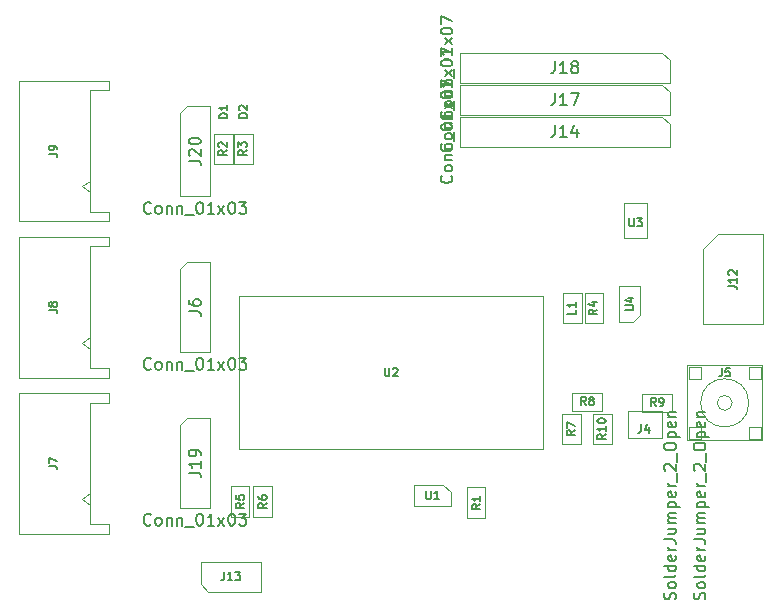
<source format=gbr>
G04 #@! TF.GenerationSoftware,KiCad,Pcbnew,5.0.1-33cea8e~68~ubuntu16.04.1*
G04 #@! TF.CreationDate,2018-11-26T08:07:25+01:00*
G04 #@! TF.ProjectId,wize-shield,77697A652D736869656C642E6B696361,RevA*
G04 #@! TF.SameCoordinates,Original*
G04 #@! TF.FileFunction,Other,Fab,Top*
%FSLAX46Y46*%
G04 Gerber Fmt 4.6, Leading zero omitted, Abs format (unit mm)*
G04 Created by KiCad (PCBNEW 5.0.1-33cea8e~68~ubuntu16.04.1) date Mon 26 Nov 2018 08:07:25 AM CET*
%MOMM*%
%LPD*%
G01*
G04 APERTURE LIST*
%ADD10C,0.100000*%
%ADD11C,0.050000*%
%ADD12C,0.150000*%
G04 APERTURE END LIST*
D10*
G04 #@! TO.C,J13*
X117055000Y-117930000D02*
X116420000Y-117295000D01*
X121500000Y-117930000D02*
X117055000Y-117930000D01*
X121500000Y-115390000D02*
X121500000Y-117930000D01*
X116420000Y-115390000D02*
X121500000Y-115390000D01*
X116420000Y-117295000D02*
X116420000Y-115390000D01*
D11*
G04 #@! TO.C,U2*
X119693000Y-92928400D02*
X122004400Y-92928400D01*
X122004400Y-92928400D02*
X145397800Y-92928400D01*
X145397800Y-92928400D02*
X145397800Y-105857000D01*
X145397800Y-105857000D02*
X119667600Y-105857000D01*
X119667600Y-105857000D02*
X119667600Y-92928400D01*
G04 #@! TO.C,R7*
X147032600Y-102884600D02*
X148607400Y-102884600D01*
X147032600Y-105450000D02*
X147032600Y-102884600D01*
X148607400Y-105450000D02*
X147032600Y-105450000D01*
X148607400Y-102884600D02*
X148607400Y-105450000D01*
D10*
G04 #@! TO.C,J6*
X115285000Y-90010000D02*
X117190000Y-90010000D01*
X117190000Y-90010000D02*
X117190000Y-97630000D01*
X117190000Y-97630000D02*
X114650000Y-97630000D01*
X114650000Y-97630000D02*
X114650000Y-90645000D01*
X114650000Y-90645000D02*
X115285000Y-90010000D01*
G04 #@! TO.C,J17*
X156105000Y-75645000D02*
X156105000Y-77550000D01*
X156105000Y-77550000D02*
X138325000Y-77550000D01*
X138325000Y-77550000D02*
X138325000Y-75010000D01*
X138325000Y-75010000D02*
X155470000Y-75010000D01*
X155470000Y-75010000D02*
X156105000Y-75645000D01*
D11*
G04 #@! TO.C,R10*
X151207400Y-102884600D02*
X151207400Y-105450000D01*
X151207400Y-105450000D02*
X149632600Y-105450000D01*
X149632600Y-105450000D02*
X149632600Y-102884600D01*
X149632600Y-102884600D02*
X151207400Y-102884600D01*
D10*
G04 #@! TO.C,J14*
X156105000Y-78345000D02*
X156105000Y-80250000D01*
X156105000Y-80250000D02*
X138325000Y-80250000D01*
X138325000Y-80250000D02*
X138325000Y-77710000D01*
X138325000Y-77710000D02*
X155470000Y-77710000D01*
X155470000Y-77710000D02*
X156105000Y-78345000D01*
G04 #@! TO.C,J19*
X114650000Y-103845000D02*
X115285000Y-103210000D01*
X114650000Y-110830000D02*
X114650000Y-103845000D01*
X117190000Y-110830000D02*
X114650000Y-110830000D01*
X117190000Y-103210000D02*
X117190000Y-110830000D01*
X115285000Y-103210000D02*
X117190000Y-103210000D01*
G04 #@! TO.C,J20*
X115285000Y-76810000D02*
X117190000Y-76810000D01*
X117190000Y-76810000D02*
X117190000Y-84430000D01*
X117190000Y-84430000D02*
X114650000Y-84430000D01*
X114650000Y-84430000D02*
X114650000Y-77445000D01*
X114650000Y-77445000D02*
X115285000Y-76810000D01*
G04 #@! TO.C,J18*
X155470000Y-72310000D02*
X156105000Y-72945000D01*
X138325000Y-72310000D02*
X155470000Y-72310000D01*
X138325000Y-74850000D02*
X138325000Y-72310000D01*
X156105000Y-74850000D02*
X138325000Y-74850000D01*
X156105000Y-72945000D02*
X156105000Y-74850000D01*
D11*
G04 #@! TO.C,R8*
X150415400Y-102667400D02*
X147850000Y-102667400D01*
X147850000Y-102667400D02*
X147850000Y-101092600D01*
X147850000Y-101092600D02*
X150415400Y-101092600D01*
X150415400Y-101092600D02*
X150415400Y-102667400D01*
D10*
G04 #@! TO.C,U1*
X136920000Y-108880000D02*
X137570000Y-109530000D01*
X137570000Y-110680000D02*
X137570000Y-109530000D01*
X136920000Y-108880000D02*
X134470000Y-108880000D01*
X134470000Y-110680000D02*
X134470000Y-108880000D01*
X137570000Y-110680000D02*
X134470000Y-110680000D01*
G04 #@! TO.C,U4*
X153630000Y-94470000D02*
X152980000Y-95120000D01*
X151830000Y-95120000D02*
X152980000Y-95120000D01*
X153630000Y-94470000D02*
X153630000Y-92020000D01*
X151830000Y-92020000D02*
X153630000Y-92020000D01*
X151830000Y-95120000D02*
X151830000Y-92020000D01*
G04 #@! TO.C,J12*
X160190000Y-87690000D02*
X164000000Y-87690000D01*
X164000000Y-87690000D02*
X164000000Y-95310000D01*
X164000000Y-95310000D02*
X158920000Y-95310000D01*
X158920000Y-95310000D02*
X158920000Y-88960000D01*
X158920000Y-88960000D02*
X160190000Y-87690000D01*
G04 #@! TO.C,J5*
X162800000Y-98900000D02*
X163820000Y-98900000D01*
X163940000Y-98780000D02*
X163940000Y-105120000D01*
X157600000Y-105120000D02*
X163940000Y-105120000D01*
X157600000Y-98780000D02*
X157600000Y-105120000D01*
X157600000Y-98780000D02*
X163940000Y-98780000D01*
X158740000Y-98900000D02*
X158740000Y-99920000D01*
X157720000Y-99920000D02*
X158740000Y-99920000D01*
X158740000Y-103980000D02*
X158740000Y-105000000D01*
X157720000Y-103980000D02*
X158740000Y-103980000D01*
X162800000Y-98900000D02*
X162800000Y-99920000D01*
X162800000Y-99920000D02*
X163820000Y-99920000D01*
X163820000Y-103980000D02*
X162800000Y-103980000D01*
X162800000Y-103980000D02*
X162800000Y-105000000D01*
X163820000Y-98900000D02*
X163820000Y-99920000D01*
X157720000Y-98900000D02*
X157720000Y-99920000D01*
X157720000Y-98900000D02*
X158740000Y-98900000D01*
X157720000Y-105000000D02*
X158740000Y-105000000D01*
X157720000Y-105000000D02*
X157720000Y-103980000D01*
X163820000Y-103980000D02*
X163820000Y-105000000D01*
X162800000Y-105000000D02*
X163820000Y-105000000D01*
X162810000Y-101950000D02*
G75*
G03X162810000Y-101950000I-2040000J0D01*
G01*
X161405000Y-101950000D02*
G75*
G03X161405000Y-101950000I-635000J0D01*
G01*
D11*
G04 #@! TO.C,U3*
X152280200Y-85032200D02*
X152280200Y-87953200D01*
X152280200Y-87953200D02*
X154159800Y-87953200D01*
X154159800Y-87953200D02*
X154159800Y-85032200D01*
X154159800Y-85032200D02*
X152280200Y-85032200D01*
D10*
G04 #@! TO.C,J9*
X108640000Y-86580000D02*
X108640000Y-85780000D01*
X108640000Y-85780000D02*
X107040000Y-85780000D01*
X107040000Y-85780000D02*
X107040000Y-75480000D01*
X107040000Y-75480000D02*
X108640000Y-75480000D01*
X108640000Y-75480000D02*
X108640000Y-74680000D01*
X101040000Y-86580000D02*
X101040000Y-74680000D01*
X108640000Y-86580000D02*
X101040000Y-86580000D01*
X108640000Y-74680000D02*
X101040000Y-74680000D01*
X107040000Y-84130000D02*
X106332893Y-83630000D01*
X106332893Y-83630000D02*
X107040000Y-83130000D01*
G04 #@! TO.C,J8*
X108640000Y-99810000D02*
X108640000Y-99010000D01*
X108640000Y-99010000D02*
X107040000Y-99010000D01*
X107040000Y-99010000D02*
X107040000Y-88710000D01*
X107040000Y-88710000D02*
X108640000Y-88710000D01*
X108640000Y-88710000D02*
X108640000Y-87910000D01*
X101040000Y-99810000D02*
X101040000Y-87910000D01*
X108640000Y-99810000D02*
X101040000Y-99810000D01*
X108640000Y-87910000D02*
X101040000Y-87910000D01*
X107040000Y-97360000D02*
X106332893Y-96860000D01*
X106332893Y-96860000D02*
X107040000Y-96360000D01*
G04 #@! TO.C,J7*
X108640000Y-113030000D02*
X108640000Y-112230000D01*
X108640000Y-112230000D02*
X107040000Y-112230000D01*
X107040000Y-112230000D02*
X107040000Y-101930000D01*
X107040000Y-101930000D02*
X108640000Y-101930000D01*
X108640000Y-101930000D02*
X108640000Y-101130000D01*
X101040000Y-113030000D02*
X101040000Y-101130000D01*
X108640000Y-113030000D02*
X101040000Y-113030000D01*
X108640000Y-101130000D02*
X101040000Y-101130000D01*
X107040000Y-110580000D02*
X106332893Y-110080000D01*
X106332893Y-110080000D02*
X107040000Y-109580000D01*
D11*
G04 #@! TO.C,R6*
X120832600Y-111575400D02*
X120832600Y-109010000D01*
X120832600Y-109010000D02*
X122407400Y-109010000D01*
X122407400Y-109010000D02*
X122407400Y-111575400D01*
X122407400Y-111575400D02*
X120832600Y-111575400D01*
G04 #@! TO.C,L1*
X148677400Y-92664600D02*
X148677400Y-95230000D01*
X148677400Y-95230000D02*
X147102600Y-95230000D01*
X147102600Y-95230000D02*
X147102600Y-92664600D01*
X147102600Y-92664600D02*
X148677400Y-92664600D01*
G04 #@! TO.C,R1*
X138932600Y-111675400D02*
X138932600Y-109110000D01*
X138932600Y-109110000D02*
X140507400Y-109110000D01*
X140507400Y-109110000D02*
X140507400Y-111675400D01*
X140507400Y-111675400D02*
X138932600Y-111675400D01*
G04 #@! TO.C,R2*
X119117400Y-79164600D02*
X119117400Y-81730000D01*
X119117400Y-81730000D02*
X117542600Y-81730000D01*
X117542600Y-81730000D02*
X117542600Y-79164600D01*
X117542600Y-79164600D02*
X119117400Y-79164600D01*
G04 #@! TO.C,R3*
X120807400Y-79154600D02*
X120807400Y-81720000D01*
X120807400Y-81720000D02*
X119232600Y-81720000D01*
X119232600Y-81720000D02*
X119232600Y-79154600D01*
X119232600Y-79154600D02*
X120807400Y-79154600D01*
G04 #@! TO.C,R4*
X150487400Y-92664600D02*
X150487400Y-95230000D01*
X150487400Y-95230000D02*
X148912600Y-95230000D01*
X148912600Y-95230000D02*
X148912600Y-92664600D01*
X148912600Y-92664600D02*
X150487400Y-92664600D01*
G04 #@! TO.C,R5*
X118932600Y-111575400D02*
X118932600Y-109010000D01*
X118932600Y-109010000D02*
X120507400Y-109010000D01*
X120507400Y-109010000D02*
X120507400Y-111575400D01*
X120507400Y-111575400D02*
X118932600Y-111575400D01*
G04 #@! TO.C,R9*
X156335400Y-102737400D02*
X153770000Y-102737400D01*
X153770000Y-102737400D02*
X153770000Y-101162600D01*
X153770000Y-101162600D02*
X156335400Y-101162600D01*
X156335400Y-101162600D02*
X156335400Y-102737400D01*
G04 #@! TO.C,J4*
X155462400Y-104481200D02*
X155462400Y-104913000D01*
X155462400Y-104913000D02*
X155462400Y-104963800D01*
X155462400Y-104963800D02*
X152541400Y-104963800D01*
X152541400Y-104963800D02*
X152541400Y-104481200D01*
X152541400Y-102601600D02*
X152541400Y-104481200D01*
X152541400Y-102601600D02*
X155462400Y-102601600D01*
X155462400Y-104481200D02*
X155462400Y-102601600D01*
G04 #@! TD*
G04 #@! TO.C,J13*
D12*
X118393333Y-116276666D02*
X118393333Y-116776666D01*
X118360000Y-116876666D01*
X118293333Y-116943333D01*
X118193333Y-116976666D01*
X118126666Y-116976666D01*
X119093333Y-116976666D02*
X118693333Y-116976666D01*
X118893333Y-116976666D02*
X118893333Y-116276666D01*
X118826666Y-116376666D01*
X118760000Y-116443333D01*
X118693333Y-116476666D01*
X119326666Y-116276666D02*
X119760000Y-116276666D01*
X119526666Y-116543333D01*
X119626666Y-116543333D01*
X119693333Y-116576666D01*
X119726666Y-116610000D01*
X119760000Y-116676666D01*
X119760000Y-116843333D01*
X119726666Y-116910000D01*
X119693333Y-116943333D01*
X119626666Y-116976666D01*
X119426666Y-116976666D01*
X119360000Y-116943333D01*
X119326666Y-116910000D01*
G04 #@! TO.C,U2*
X131986666Y-98996666D02*
X131986666Y-99563333D01*
X132020000Y-99630000D01*
X132053333Y-99663333D01*
X132120000Y-99696666D01*
X132253333Y-99696666D01*
X132320000Y-99663333D01*
X132353333Y-99630000D01*
X132386666Y-99563333D01*
X132386666Y-98996666D01*
X132686666Y-99063333D02*
X132720000Y-99030000D01*
X132786666Y-98996666D01*
X132953333Y-98996666D01*
X133020000Y-99030000D01*
X133053333Y-99063333D01*
X133086666Y-99130000D01*
X133086666Y-99196666D01*
X133053333Y-99296666D01*
X132653333Y-99696666D01*
X133086666Y-99696666D01*
G04 #@! TO.C,R7*
X148085866Y-104271266D02*
X147752533Y-104504600D01*
X148085866Y-104671266D02*
X147385866Y-104671266D01*
X147385866Y-104404600D01*
X147419200Y-104337933D01*
X147452533Y-104304600D01*
X147519200Y-104271266D01*
X147619200Y-104271266D01*
X147685866Y-104304600D01*
X147719200Y-104337933D01*
X147752533Y-104404600D01*
X147752533Y-104671266D01*
X147385866Y-104037933D02*
X147385866Y-103571266D01*
X148085866Y-103871266D01*
G04 #@! TO.C,J6*
X112181904Y-99047142D02*
X112134285Y-99094761D01*
X111991428Y-99142380D01*
X111896190Y-99142380D01*
X111753333Y-99094761D01*
X111658095Y-98999523D01*
X111610476Y-98904285D01*
X111562857Y-98713809D01*
X111562857Y-98570952D01*
X111610476Y-98380476D01*
X111658095Y-98285238D01*
X111753333Y-98190000D01*
X111896190Y-98142380D01*
X111991428Y-98142380D01*
X112134285Y-98190000D01*
X112181904Y-98237619D01*
X112753333Y-99142380D02*
X112658095Y-99094761D01*
X112610476Y-99047142D01*
X112562857Y-98951904D01*
X112562857Y-98666190D01*
X112610476Y-98570952D01*
X112658095Y-98523333D01*
X112753333Y-98475714D01*
X112896190Y-98475714D01*
X112991428Y-98523333D01*
X113039047Y-98570952D01*
X113086666Y-98666190D01*
X113086666Y-98951904D01*
X113039047Y-99047142D01*
X112991428Y-99094761D01*
X112896190Y-99142380D01*
X112753333Y-99142380D01*
X113515238Y-98475714D02*
X113515238Y-99142380D01*
X113515238Y-98570952D02*
X113562857Y-98523333D01*
X113658095Y-98475714D01*
X113800952Y-98475714D01*
X113896190Y-98523333D01*
X113943809Y-98618571D01*
X113943809Y-99142380D01*
X114420000Y-98475714D02*
X114420000Y-99142380D01*
X114420000Y-98570952D02*
X114467619Y-98523333D01*
X114562857Y-98475714D01*
X114705714Y-98475714D01*
X114800952Y-98523333D01*
X114848571Y-98618571D01*
X114848571Y-99142380D01*
X115086666Y-99237619D02*
X115848571Y-99237619D01*
X116277142Y-98142380D02*
X116372380Y-98142380D01*
X116467619Y-98190000D01*
X116515238Y-98237619D01*
X116562857Y-98332857D01*
X116610476Y-98523333D01*
X116610476Y-98761428D01*
X116562857Y-98951904D01*
X116515238Y-99047142D01*
X116467619Y-99094761D01*
X116372380Y-99142380D01*
X116277142Y-99142380D01*
X116181904Y-99094761D01*
X116134285Y-99047142D01*
X116086666Y-98951904D01*
X116039047Y-98761428D01*
X116039047Y-98523333D01*
X116086666Y-98332857D01*
X116134285Y-98237619D01*
X116181904Y-98190000D01*
X116277142Y-98142380D01*
X117562857Y-99142380D02*
X116991428Y-99142380D01*
X117277142Y-99142380D02*
X117277142Y-98142380D01*
X117181904Y-98285238D01*
X117086666Y-98380476D01*
X116991428Y-98428095D01*
X117896190Y-99142380D02*
X118420000Y-98475714D01*
X117896190Y-98475714D02*
X118420000Y-99142380D01*
X118991428Y-98142380D02*
X119086666Y-98142380D01*
X119181904Y-98190000D01*
X119229523Y-98237619D01*
X119277142Y-98332857D01*
X119324761Y-98523333D01*
X119324761Y-98761428D01*
X119277142Y-98951904D01*
X119229523Y-99047142D01*
X119181904Y-99094761D01*
X119086666Y-99142380D01*
X118991428Y-99142380D01*
X118896190Y-99094761D01*
X118848571Y-99047142D01*
X118800952Y-98951904D01*
X118753333Y-98761428D01*
X118753333Y-98523333D01*
X118800952Y-98332857D01*
X118848571Y-98237619D01*
X118896190Y-98190000D01*
X118991428Y-98142380D01*
X119658095Y-98142380D02*
X120277142Y-98142380D01*
X119943809Y-98523333D01*
X120086666Y-98523333D01*
X120181904Y-98570952D01*
X120229523Y-98618571D01*
X120277142Y-98713809D01*
X120277142Y-98951904D01*
X120229523Y-99047142D01*
X120181904Y-99094761D01*
X120086666Y-99142380D01*
X119800952Y-99142380D01*
X119705714Y-99094761D01*
X119658095Y-99047142D01*
X115397780Y-94178733D02*
X116112066Y-94178733D01*
X116254923Y-94226352D01*
X116350161Y-94321590D01*
X116397780Y-94464447D01*
X116397780Y-94559685D01*
X115397780Y-93273971D02*
X115397780Y-93464447D01*
X115445400Y-93559685D01*
X115493019Y-93607304D01*
X115635876Y-93702542D01*
X115826352Y-93750161D01*
X116207304Y-93750161D01*
X116302542Y-93702542D01*
X116350161Y-93654923D01*
X116397780Y-93559685D01*
X116397780Y-93369209D01*
X116350161Y-93273971D01*
X116302542Y-93226352D01*
X116207304Y-93178733D01*
X115969209Y-93178733D01*
X115873971Y-93226352D01*
X115826352Y-93273971D01*
X115778733Y-93369209D01*
X115778733Y-93559685D01*
X115826352Y-93654923D01*
X115873971Y-93702542D01*
X115969209Y-93750161D01*
G04 #@! TO.C,J17*
X137622142Y-80018095D02*
X137669761Y-80065714D01*
X137717380Y-80208571D01*
X137717380Y-80303809D01*
X137669761Y-80446666D01*
X137574523Y-80541904D01*
X137479285Y-80589523D01*
X137288809Y-80637142D01*
X137145952Y-80637142D01*
X136955476Y-80589523D01*
X136860238Y-80541904D01*
X136765000Y-80446666D01*
X136717380Y-80303809D01*
X136717380Y-80208571D01*
X136765000Y-80065714D01*
X136812619Y-80018095D01*
X137717380Y-79446666D02*
X137669761Y-79541904D01*
X137622142Y-79589523D01*
X137526904Y-79637142D01*
X137241190Y-79637142D01*
X137145952Y-79589523D01*
X137098333Y-79541904D01*
X137050714Y-79446666D01*
X137050714Y-79303809D01*
X137098333Y-79208571D01*
X137145952Y-79160952D01*
X137241190Y-79113333D01*
X137526904Y-79113333D01*
X137622142Y-79160952D01*
X137669761Y-79208571D01*
X137717380Y-79303809D01*
X137717380Y-79446666D01*
X137050714Y-78684761D02*
X137717380Y-78684761D01*
X137145952Y-78684761D02*
X137098333Y-78637142D01*
X137050714Y-78541904D01*
X137050714Y-78399047D01*
X137098333Y-78303809D01*
X137193571Y-78256190D01*
X137717380Y-78256190D01*
X137050714Y-77780000D02*
X137717380Y-77780000D01*
X137145952Y-77780000D02*
X137098333Y-77732380D01*
X137050714Y-77637142D01*
X137050714Y-77494285D01*
X137098333Y-77399047D01*
X137193571Y-77351428D01*
X137717380Y-77351428D01*
X137812619Y-77113333D02*
X137812619Y-76351428D01*
X136717380Y-75922857D02*
X136717380Y-75827619D01*
X136765000Y-75732380D01*
X136812619Y-75684761D01*
X136907857Y-75637142D01*
X137098333Y-75589523D01*
X137336428Y-75589523D01*
X137526904Y-75637142D01*
X137622142Y-75684761D01*
X137669761Y-75732380D01*
X137717380Y-75827619D01*
X137717380Y-75922857D01*
X137669761Y-76018095D01*
X137622142Y-76065714D01*
X137526904Y-76113333D01*
X137336428Y-76160952D01*
X137098333Y-76160952D01*
X136907857Y-76113333D01*
X136812619Y-76065714D01*
X136765000Y-76018095D01*
X136717380Y-75922857D01*
X137717380Y-74637142D02*
X137717380Y-75208571D01*
X137717380Y-74922857D02*
X136717380Y-74922857D01*
X136860238Y-75018095D01*
X136955476Y-75113333D01*
X137003095Y-75208571D01*
X137717380Y-74303809D02*
X137050714Y-73780000D01*
X137050714Y-74303809D02*
X137717380Y-73780000D01*
X136717380Y-73208571D02*
X136717380Y-73113333D01*
X136765000Y-73018095D01*
X136812619Y-72970476D01*
X136907857Y-72922857D01*
X137098333Y-72875238D01*
X137336428Y-72875238D01*
X137526904Y-72922857D01*
X137622142Y-72970476D01*
X137669761Y-73018095D01*
X137717380Y-73113333D01*
X137717380Y-73208571D01*
X137669761Y-73303809D01*
X137622142Y-73351428D01*
X137526904Y-73399047D01*
X137336428Y-73446666D01*
X137098333Y-73446666D01*
X136907857Y-73399047D01*
X136812619Y-73351428D01*
X136765000Y-73303809D01*
X136717380Y-73208571D01*
X136717380Y-72541904D02*
X136717380Y-71875238D01*
X137717380Y-72303809D01*
X146405476Y-75732380D02*
X146405476Y-76446666D01*
X146357857Y-76589523D01*
X146262619Y-76684761D01*
X146119761Y-76732380D01*
X146024523Y-76732380D01*
X147405476Y-76732380D02*
X146834047Y-76732380D01*
X147119761Y-76732380D02*
X147119761Y-75732380D01*
X147024523Y-75875238D01*
X146929285Y-75970476D01*
X146834047Y-76018095D01*
X147738809Y-75732380D02*
X148405476Y-75732380D01*
X147976904Y-76732380D01*
G04 #@! TO.C,R10*
X150685866Y-104604600D02*
X150352533Y-104837933D01*
X150685866Y-105004600D02*
X149985866Y-105004600D01*
X149985866Y-104737933D01*
X150019200Y-104671266D01*
X150052533Y-104637933D01*
X150119200Y-104604600D01*
X150219200Y-104604600D01*
X150285866Y-104637933D01*
X150319200Y-104671266D01*
X150352533Y-104737933D01*
X150352533Y-105004600D01*
X150685866Y-103937933D02*
X150685866Y-104337933D01*
X150685866Y-104137933D02*
X149985866Y-104137933D01*
X150085866Y-104204600D01*
X150152533Y-104271266D01*
X150185866Y-104337933D01*
X149985866Y-103504600D02*
X149985866Y-103437933D01*
X150019200Y-103371266D01*
X150052533Y-103337933D01*
X150119200Y-103304600D01*
X150252533Y-103271266D01*
X150419200Y-103271266D01*
X150552533Y-103304600D01*
X150619200Y-103337933D01*
X150652533Y-103371266D01*
X150685866Y-103437933D01*
X150685866Y-103504600D01*
X150652533Y-103571266D01*
X150619200Y-103604600D01*
X150552533Y-103637933D01*
X150419200Y-103671266D01*
X150252533Y-103671266D01*
X150119200Y-103637933D01*
X150052533Y-103604600D01*
X150019200Y-103571266D01*
X149985866Y-103504600D01*
G04 #@! TO.C,J14*
X137622142Y-82718095D02*
X137669761Y-82765714D01*
X137717380Y-82908571D01*
X137717380Y-83003809D01*
X137669761Y-83146666D01*
X137574523Y-83241904D01*
X137479285Y-83289523D01*
X137288809Y-83337142D01*
X137145952Y-83337142D01*
X136955476Y-83289523D01*
X136860238Y-83241904D01*
X136765000Y-83146666D01*
X136717380Y-83003809D01*
X136717380Y-82908571D01*
X136765000Y-82765714D01*
X136812619Y-82718095D01*
X137717380Y-82146666D02*
X137669761Y-82241904D01*
X137622142Y-82289523D01*
X137526904Y-82337142D01*
X137241190Y-82337142D01*
X137145952Y-82289523D01*
X137098333Y-82241904D01*
X137050714Y-82146666D01*
X137050714Y-82003809D01*
X137098333Y-81908571D01*
X137145952Y-81860952D01*
X137241190Y-81813333D01*
X137526904Y-81813333D01*
X137622142Y-81860952D01*
X137669761Y-81908571D01*
X137717380Y-82003809D01*
X137717380Y-82146666D01*
X137050714Y-81384761D02*
X137717380Y-81384761D01*
X137145952Y-81384761D02*
X137098333Y-81337142D01*
X137050714Y-81241904D01*
X137050714Y-81099047D01*
X137098333Y-81003809D01*
X137193571Y-80956190D01*
X137717380Y-80956190D01*
X137050714Y-80480000D02*
X137717380Y-80480000D01*
X137145952Y-80480000D02*
X137098333Y-80432380D01*
X137050714Y-80337142D01*
X137050714Y-80194285D01*
X137098333Y-80099047D01*
X137193571Y-80051428D01*
X137717380Y-80051428D01*
X137812619Y-79813333D02*
X137812619Y-79051428D01*
X136717380Y-78622857D02*
X136717380Y-78527619D01*
X136765000Y-78432380D01*
X136812619Y-78384761D01*
X136907857Y-78337142D01*
X137098333Y-78289523D01*
X137336428Y-78289523D01*
X137526904Y-78337142D01*
X137622142Y-78384761D01*
X137669761Y-78432380D01*
X137717380Y-78527619D01*
X137717380Y-78622857D01*
X137669761Y-78718095D01*
X137622142Y-78765714D01*
X137526904Y-78813333D01*
X137336428Y-78860952D01*
X137098333Y-78860952D01*
X136907857Y-78813333D01*
X136812619Y-78765714D01*
X136765000Y-78718095D01*
X136717380Y-78622857D01*
X137717380Y-77337142D02*
X137717380Y-77908571D01*
X137717380Y-77622857D02*
X136717380Y-77622857D01*
X136860238Y-77718095D01*
X136955476Y-77813333D01*
X137003095Y-77908571D01*
X137717380Y-77003809D02*
X137050714Y-76480000D01*
X137050714Y-77003809D02*
X137717380Y-76480000D01*
X136717380Y-75908571D02*
X136717380Y-75813333D01*
X136765000Y-75718095D01*
X136812619Y-75670476D01*
X136907857Y-75622857D01*
X137098333Y-75575238D01*
X137336428Y-75575238D01*
X137526904Y-75622857D01*
X137622142Y-75670476D01*
X137669761Y-75718095D01*
X137717380Y-75813333D01*
X137717380Y-75908571D01*
X137669761Y-76003809D01*
X137622142Y-76051428D01*
X137526904Y-76099047D01*
X137336428Y-76146666D01*
X137098333Y-76146666D01*
X136907857Y-76099047D01*
X136812619Y-76051428D01*
X136765000Y-76003809D01*
X136717380Y-75908571D01*
X136717380Y-75241904D02*
X136717380Y-74575238D01*
X137717380Y-75003809D01*
X146405476Y-78432380D02*
X146405476Y-79146666D01*
X146357857Y-79289523D01*
X146262619Y-79384761D01*
X146119761Y-79432380D01*
X146024523Y-79432380D01*
X147405476Y-79432380D02*
X146834047Y-79432380D01*
X147119761Y-79432380D02*
X147119761Y-78432380D01*
X147024523Y-78575238D01*
X146929285Y-78670476D01*
X146834047Y-78718095D01*
X148262619Y-78765714D02*
X148262619Y-79432380D01*
X148024523Y-78384761D02*
X147786428Y-79099047D01*
X148405476Y-79099047D01*
G04 #@! TO.C,J19*
X112181904Y-112247142D02*
X112134285Y-112294761D01*
X111991428Y-112342380D01*
X111896190Y-112342380D01*
X111753333Y-112294761D01*
X111658095Y-112199523D01*
X111610476Y-112104285D01*
X111562857Y-111913809D01*
X111562857Y-111770952D01*
X111610476Y-111580476D01*
X111658095Y-111485238D01*
X111753333Y-111390000D01*
X111896190Y-111342380D01*
X111991428Y-111342380D01*
X112134285Y-111390000D01*
X112181904Y-111437619D01*
X112753333Y-112342380D02*
X112658095Y-112294761D01*
X112610476Y-112247142D01*
X112562857Y-112151904D01*
X112562857Y-111866190D01*
X112610476Y-111770952D01*
X112658095Y-111723333D01*
X112753333Y-111675714D01*
X112896190Y-111675714D01*
X112991428Y-111723333D01*
X113039047Y-111770952D01*
X113086666Y-111866190D01*
X113086666Y-112151904D01*
X113039047Y-112247142D01*
X112991428Y-112294761D01*
X112896190Y-112342380D01*
X112753333Y-112342380D01*
X113515238Y-111675714D02*
X113515238Y-112342380D01*
X113515238Y-111770952D02*
X113562857Y-111723333D01*
X113658095Y-111675714D01*
X113800952Y-111675714D01*
X113896190Y-111723333D01*
X113943809Y-111818571D01*
X113943809Y-112342380D01*
X114420000Y-111675714D02*
X114420000Y-112342380D01*
X114420000Y-111770952D02*
X114467619Y-111723333D01*
X114562857Y-111675714D01*
X114705714Y-111675714D01*
X114800952Y-111723333D01*
X114848571Y-111818571D01*
X114848571Y-112342380D01*
X115086666Y-112437619D02*
X115848571Y-112437619D01*
X116277142Y-111342380D02*
X116372380Y-111342380D01*
X116467619Y-111390000D01*
X116515238Y-111437619D01*
X116562857Y-111532857D01*
X116610476Y-111723333D01*
X116610476Y-111961428D01*
X116562857Y-112151904D01*
X116515238Y-112247142D01*
X116467619Y-112294761D01*
X116372380Y-112342380D01*
X116277142Y-112342380D01*
X116181904Y-112294761D01*
X116134285Y-112247142D01*
X116086666Y-112151904D01*
X116039047Y-111961428D01*
X116039047Y-111723333D01*
X116086666Y-111532857D01*
X116134285Y-111437619D01*
X116181904Y-111390000D01*
X116277142Y-111342380D01*
X117562857Y-112342380D02*
X116991428Y-112342380D01*
X117277142Y-112342380D02*
X117277142Y-111342380D01*
X117181904Y-111485238D01*
X117086666Y-111580476D01*
X116991428Y-111628095D01*
X117896190Y-112342380D02*
X118420000Y-111675714D01*
X117896190Y-111675714D02*
X118420000Y-112342380D01*
X118991428Y-111342380D02*
X119086666Y-111342380D01*
X119181904Y-111390000D01*
X119229523Y-111437619D01*
X119277142Y-111532857D01*
X119324761Y-111723333D01*
X119324761Y-111961428D01*
X119277142Y-112151904D01*
X119229523Y-112247142D01*
X119181904Y-112294761D01*
X119086666Y-112342380D01*
X118991428Y-112342380D01*
X118896190Y-112294761D01*
X118848571Y-112247142D01*
X118800952Y-112151904D01*
X118753333Y-111961428D01*
X118753333Y-111723333D01*
X118800952Y-111532857D01*
X118848571Y-111437619D01*
X118896190Y-111390000D01*
X118991428Y-111342380D01*
X119658095Y-111342380D02*
X120277142Y-111342380D01*
X119943809Y-111723333D01*
X120086666Y-111723333D01*
X120181904Y-111770952D01*
X120229523Y-111818571D01*
X120277142Y-111913809D01*
X120277142Y-112151904D01*
X120229523Y-112247142D01*
X120181904Y-112294761D01*
X120086666Y-112342380D01*
X119800952Y-112342380D01*
X119705714Y-112294761D01*
X119658095Y-112247142D01*
X115397780Y-107854923D02*
X116112066Y-107854923D01*
X116254923Y-107902542D01*
X116350161Y-107997780D01*
X116397780Y-108140638D01*
X116397780Y-108235876D01*
X116397780Y-106854923D02*
X116397780Y-107426352D01*
X116397780Y-107140638D02*
X115397780Y-107140638D01*
X115540638Y-107235876D01*
X115635876Y-107331114D01*
X115683495Y-107426352D01*
X116397780Y-106378733D02*
X116397780Y-106188257D01*
X116350161Y-106093019D01*
X116302542Y-106045400D01*
X116159685Y-105950161D01*
X115969209Y-105902542D01*
X115588257Y-105902542D01*
X115493019Y-105950161D01*
X115445400Y-105997780D01*
X115397780Y-106093019D01*
X115397780Y-106283495D01*
X115445400Y-106378733D01*
X115493019Y-106426352D01*
X115588257Y-106473971D01*
X115826352Y-106473971D01*
X115921590Y-106426352D01*
X115969209Y-106378733D01*
X116016828Y-106283495D01*
X116016828Y-106093019D01*
X115969209Y-105997780D01*
X115921590Y-105950161D01*
X115826352Y-105902542D01*
G04 #@! TO.C,J20*
X112181904Y-85847142D02*
X112134285Y-85894761D01*
X111991428Y-85942380D01*
X111896190Y-85942380D01*
X111753333Y-85894761D01*
X111658095Y-85799523D01*
X111610476Y-85704285D01*
X111562857Y-85513809D01*
X111562857Y-85370952D01*
X111610476Y-85180476D01*
X111658095Y-85085238D01*
X111753333Y-84990000D01*
X111896190Y-84942380D01*
X111991428Y-84942380D01*
X112134285Y-84990000D01*
X112181904Y-85037619D01*
X112753333Y-85942380D02*
X112658095Y-85894761D01*
X112610476Y-85847142D01*
X112562857Y-85751904D01*
X112562857Y-85466190D01*
X112610476Y-85370952D01*
X112658095Y-85323333D01*
X112753333Y-85275714D01*
X112896190Y-85275714D01*
X112991428Y-85323333D01*
X113039047Y-85370952D01*
X113086666Y-85466190D01*
X113086666Y-85751904D01*
X113039047Y-85847142D01*
X112991428Y-85894761D01*
X112896190Y-85942380D01*
X112753333Y-85942380D01*
X113515238Y-85275714D02*
X113515238Y-85942380D01*
X113515238Y-85370952D02*
X113562857Y-85323333D01*
X113658095Y-85275714D01*
X113800952Y-85275714D01*
X113896190Y-85323333D01*
X113943809Y-85418571D01*
X113943809Y-85942380D01*
X114420000Y-85275714D02*
X114420000Y-85942380D01*
X114420000Y-85370952D02*
X114467619Y-85323333D01*
X114562857Y-85275714D01*
X114705714Y-85275714D01*
X114800952Y-85323333D01*
X114848571Y-85418571D01*
X114848571Y-85942380D01*
X115086666Y-86037619D02*
X115848571Y-86037619D01*
X116277142Y-84942380D02*
X116372380Y-84942380D01*
X116467619Y-84990000D01*
X116515238Y-85037619D01*
X116562857Y-85132857D01*
X116610476Y-85323333D01*
X116610476Y-85561428D01*
X116562857Y-85751904D01*
X116515238Y-85847142D01*
X116467619Y-85894761D01*
X116372380Y-85942380D01*
X116277142Y-85942380D01*
X116181904Y-85894761D01*
X116134285Y-85847142D01*
X116086666Y-85751904D01*
X116039047Y-85561428D01*
X116039047Y-85323333D01*
X116086666Y-85132857D01*
X116134285Y-85037619D01*
X116181904Y-84990000D01*
X116277142Y-84942380D01*
X117562857Y-85942380D02*
X116991428Y-85942380D01*
X117277142Y-85942380D02*
X117277142Y-84942380D01*
X117181904Y-85085238D01*
X117086666Y-85180476D01*
X116991428Y-85228095D01*
X117896190Y-85942380D02*
X118420000Y-85275714D01*
X117896190Y-85275714D02*
X118420000Y-85942380D01*
X118991428Y-84942380D02*
X119086666Y-84942380D01*
X119181904Y-84990000D01*
X119229523Y-85037619D01*
X119277142Y-85132857D01*
X119324761Y-85323333D01*
X119324761Y-85561428D01*
X119277142Y-85751904D01*
X119229523Y-85847142D01*
X119181904Y-85894761D01*
X119086666Y-85942380D01*
X118991428Y-85942380D01*
X118896190Y-85894761D01*
X118848571Y-85847142D01*
X118800952Y-85751904D01*
X118753333Y-85561428D01*
X118753333Y-85323333D01*
X118800952Y-85132857D01*
X118848571Y-85037619D01*
X118896190Y-84990000D01*
X118991428Y-84942380D01*
X119658095Y-84942380D02*
X120277142Y-84942380D01*
X119943809Y-85323333D01*
X120086666Y-85323333D01*
X120181904Y-85370952D01*
X120229523Y-85418571D01*
X120277142Y-85513809D01*
X120277142Y-85751904D01*
X120229523Y-85847142D01*
X120181904Y-85894761D01*
X120086666Y-85942380D01*
X119800952Y-85942380D01*
X119705714Y-85894761D01*
X119658095Y-85847142D01*
X115397780Y-81454923D02*
X116112066Y-81454923D01*
X116254923Y-81502542D01*
X116350161Y-81597780D01*
X116397780Y-81740638D01*
X116397780Y-81835876D01*
X115493019Y-81026352D02*
X115445400Y-80978733D01*
X115397780Y-80883495D01*
X115397780Y-80645400D01*
X115445400Y-80550161D01*
X115493019Y-80502542D01*
X115588257Y-80454923D01*
X115683495Y-80454923D01*
X115826352Y-80502542D01*
X116397780Y-81073971D01*
X116397780Y-80454923D01*
X115397780Y-79835876D02*
X115397780Y-79740638D01*
X115445400Y-79645400D01*
X115493019Y-79597780D01*
X115588257Y-79550161D01*
X115778733Y-79502542D01*
X116016828Y-79502542D01*
X116207304Y-79550161D01*
X116302542Y-79597780D01*
X116350161Y-79645400D01*
X116397780Y-79740638D01*
X116397780Y-79835876D01*
X116350161Y-79931114D01*
X116302542Y-79978733D01*
X116207304Y-80026352D01*
X116016828Y-80073971D01*
X115778733Y-80073971D01*
X115588257Y-80026352D01*
X115493019Y-79978733D01*
X115445400Y-79931114D01*
X115397780Y-79835876D01*
G04 #@! TO.C,J18*
X137622142Y-77318095D02*
X137669761Y-77365714D01*
X137717380Y-77508571D01*
X137717380Y-77603809D01*
X137669761Y-77746666D01*
X137574523Y-77841904D01*
X137479285Y-77889523D01*
X137288809Y-77937142D01*
X137145952Y-77937142D01*
X136955476Y-77889523D01*
X136860238Y-77841904D01*
X136765000Y-77746666D01*
X136717380Y-77603809D01*
X136717380Y-77508571D01*
X136765000Y-77365714D01*
X136812619Y-77318095D01*
X137717380Y-76746666D02*
X137669761Y-76841904D01*
X137622142Y-76889523D01*
X137526904Y-76937142D01*
X137241190Y-76937142D01*
X137145952Y-76889523D01*
X137098333Y-76841904D01*
X137050714Y-76746666D01*
X137050714Y-76603809D01*
X137098333Y-76508571D01*
X137145952Y-76460952D01*
X137241190Y-76413333D01*
X137526904Y-76413333D01*
X137622142Y-76460952D01*
X137669761Y-76508571D01*
X137717380Y-76603809D01*
X137717380Y-76746666D01*
X137050714Y-75984761D02*
X137717380Y-75984761D01*
X137145952Y-75984761D02*
X137098333Y-75937142D01*
X137050714Y-75841904D01*
X137050714Y-75699047D01*
X137098333Y-75603809D01*
X137193571Y-75556190D01*
X137717380Y-75556190D01*
X137050714Y-75080000D02*
X137717380Y-75080000D01*
X137145952Y-75080000D02*
X137098333Y-75032380D01*
X137050714Y-74937142D01*
X137050714Y-74794285D01*
X137098333Y-74699047D01*
X137193571Y-74651428D01*
X137717380Y-74651428D01*
X137812619Y-74413333D02*
X137812619Y-73651428D01*
X136717380Y-73222857D02*
X136717380Y-73127619D01*
X136765000Y-73032380D01*
X136812619Y-72984761D01*
X136907857Y-72937142D01*
X137098333Y-72889523D01*
X137336428Y-72889523D01*
X137526904Y-72937142D01*
X137622142Y-72984761D01*
X137669761Y-73032380D01*
X137717380Y-73127619D01*
X137717380Y-73222857D01*
X137669761Y-73318095D01*
X137622142Y-73365714D01*
X137526904Y-73413333D01*
X137336428Y-73460952D01*
X137098333Y-73460952D01*
X136907857Y-73413333D01*
X136812619Y-73365714D01*
X136765000Y-73318095D01*
X136717380Y-73222857D01*
X137717380Y-71937142D02*
X137717380Y-72508571D01*
X137717380Y-72222857D02*
X136717380Y-72222857D01*
X136860238Y-72318095D01*
X136955476Y-72413333D01*
X137003095Y-72508571D01*
X137717380Y-71603809D02*
X137050714Y-71080000D01*
X137050714Y-71603809D02*
X137717380Y-71080000D01*
X136717380Y-70508571D02*
X136717380Y-70413333D01*
X136765000Y-70318095D01*
X136812619Y-70270476D01*
X136907857Y-70222857D01*
X137098333Y-70175238D01*
X137336428Y-70175238D01*
X137526904Y-70222857D01*
X137622142Y-70270476D01*
X137669761Y-70318095D01*
X137717380Y-70413333D01*
X137717380Y-70508571D01*
X137669761Y-70603809D01*
X137622142Y-70651428D01*
X137526904Y-70699047D01*
X137336428Y-70746666D01*
X137098333Y-70746666D01*
X136907857Y-70699047D01*
X136812619Y-70651428D01*
X136765000Y-70603809D01*
X136717380Y-70508571D01*
X136717380Y-69841904D02*
X136717380Y-69175238D01*
X137717380Y-69603809D01*
X146405476Y-73032380D02*
X146405476Y-73746666D01*
X146357857Y-73889523D01*
X146262619Y-73984761D01*
X146119761Y-74032380D01*
X146024523Y-74032380D01*
X147405476Y-74032380D02*
X146834047Y-74032380D01*
X147119761Y-74032380D02*
X147119761Y-73032380D01*
X147024523Y-73175238D01*
X146929285Y-73270476D01*
X146834047Y-73318095D01*
X147976904Y-73460952D02*
X147881666Y-73413333D01*
X147834047Y-73365714D01*
X147786428Y-73270476D01*
X147786428Y-73222857D01*
X147834047Y-73127619D01*
X147881666Y-73080000D01*
X147976904Y-73032380D01*
X148167380Y-73032380D01*
X148262619Y-73080000D01*
X148310238Y-73127619D01*
X148357857Y-73222857D01*
X148357857Y-73270476D01*
X148310238Y-73365714D01*
X148262619Y-73413333D01*
X148167380Y-73460952D01*
X147976904Y-73460952D01*
X147881666Y-73508571D01*
X147834047Y-73556190D01*
X147786428Y-73651428D01*
X147786428Y-73841904D01*
X147834047Y-73937142D01*
X147881666Y-73984761D01*
X147976904Y-74032380D01*
X148167380Y-74032380D01*
X148262619Y-73984761D01*
X148310238Y-73937142D01*
X148357857Y-73841904D01*
X148357857Y-73651428D01*
X148310238Y-73556190D01*
X148262619Y-73508571D01*
X148167380Y-73460952D01*
G04 #@! TO.C,R8*
X149028733Y-102145866D02*
X148795400Y-101812533D01*
X148628733Y-102145866D02*
X148628733Y-101445866D01*
X148895400Y-101445866D01*
X148962066Y-101479200D01*
X148995400Y-101512533D01*
X149028733Y-101579200D01*
X149028733Y-101679200D01*
X148995400Y-101745866D01*
X148962066Y-101779200D01*
X148895400Y-101812533D01*
X148628733Y-101812533D01*
X149428733Y-101745866D02*
X149362066Y-101712533D01*
X149328733Y-101679200D01*
X149295400Y-101612533D01*
X149295400Y-101579200D01*
X149328733Y-101512533D01*
X149362066Y-101479200D01*
X149428733Y-101445866D01*
X149562066Y-101445866D01*
X149628733Y-101479200D01*
X149662066Y-101512533D01*
X149695400Y-101579200D01*
X149695400Y-101612533D01*
X149662066Y-101679200D01*
X149628733Y-101712533D01*
X149562066Y-101745866D01*
X149428733Y-101745866D01*
X149362066Y-101779200D01*
X149328733Y-101812533D01*
X149295400Y-101879200D01*
X149295400Y-102012533D01*
X149328733Y-102079200D01*
X149362066Y-102112533D01*
X149428733Y-102145866D01*
X149562066Y-102145866D01*
X149628733Y-102112533D01*
X149662066Y-102079200D01*
X149695400Y-102012533D01*
X149695400Y-101879200D01*
X149662066Y-101812533D01*
X149628733Y-101779200D01*
X149562066Y-101745866D01*
G04 #@! TO.C,JP16*
X159084761Y-118596190D02*
X159132380Y-118453333D01*
X159132380Y-118215238D01*
X159084761Y-118120000D01*
X159037142Y-118072380D01*
X158941904Y-118024761D01*
X158846666Y-118024761D01*
X158751428Y-118072380D01*
X158703809Y-118120000D01*
X158656190Y-118215238D01*
X158608571Y-118405714D01*
X158560952Y-118500952D01*
X158513333Y-118548571D01*
X158418095Y-118596190D01*
X158322857Y-118596190D01*
X158227619Y-118548571D01*
X158180000Y-118500952D01*
X158132380Y-118405714D01*
X158132380Y-118167619D01*
X158180000Y-118024761D01*
X159132380Y-117453333D02*
X159084761Y-117548571D01*
X159037142Y-117596190D01*
X158941904Y-117643809D01*
X158656190Y-117643809D01*
X158560952Y-117596190D01*
X158513333Y-117548571D01*
X158465714Y-117453333D01*
X158465714Y-117310476D01*
X158513333Y-117215238D01*
X158560952Y-117167619D01*
X158656190Y-117120000D01*
X158941904Y-117120000D01*
X159037142Y-117167619D01*
X159084761Y-117215238D01*
X159132380Y-117310476D01*
X159132380Y-117453333D01*
X159132380Y-116548571D02*
X159084761Y-116643809D01*
X158989523Y-116691428D01*
X158132380Y-116691428D01*
X159132380Y-115739047D02*
X158132380Y-115739047D01*
X159084761Y-115739047D02*
X159132380Y-115834285D01*
X159132380Y-116024761D01*
X159084761Y-116120000D01*
X159037142Y-116167619D01*
X158941904Y-116215238D01*
X158656190Y-116215238D01*
X158560952Y-116167619D01*
X158513333Y-116120000D01*
X158465714Y-116024761D01*
X158465714Y-115834285D01*
X158513333Y-115739047D01*
X159084761Y-114881904D02*
X159132380Y-114977142D01*
X159132380Y-115167619D01*
X159084761Y-115262857D01*
X158989523Y-115310476D01*
X158608571Y-115310476D01*
X158513333Y-115262857D01*
X158465714Y-115167619D01*
X158465714Y-114977142D01*
X158513333Y-114881904D01*
X158608571Y-114834285D01*
X158703809Y-114834285D01*
X158799047Y-115310476D01*
X159132380Y-114405714D02*
X158465714Y-114405714D01*
X158656190Y-114405714D02*
X158560952Y-114358095D01*
X158513333Y-114310476D01*
X158465714Y-114215238D01*
X158465714Y-114120000D01*
X158132380Y-113500952D02*
X158846666Y-113500952D01*
X158989523Y-113548571D01*
X159084761Y-113643809D01*
X159132380Y-113786666D01*
X159132380Y-113881904D01*
X158465714Y-112596190D02*
X159132380Y-112596190D01*
X158465714Y-113024761D02*
X158989523Y-113024761D01*
X159084761Y-112977142D01*
X159132380Y-112881904D01*
X159132380Y-112739047D01*
X159084761Y-112643809D01*
X159037142Y-112596190D01*
X159132380Y-112120000D02*
X158465714Y-112120000D01*
X158560952Y-112120000D02*
X158513333Y-112072380D01*
X158465714Y-111977142D01*
X158465714Y-111834285D01*
X158513333Y-111739047D01*
X158608571Y-111691428D01*
X159132380Y-111691428D01*
X158608571Y-111691428D02*
X158513333Y-111643809D01*
X158465714Y-111548571D01*
X158465714Y-111405714D01*
X158513333Y-111310476D01*
X158608571Y-111262857D01*
X159132380Y-111262857D01*
X158465714Y-110786666D02*
X159465714Y-110786666D01*
X158513333Y-110786666D02*
X158465714Y-110691428D01*
X158465714Y-110500952D01*
X158513333Y-110405714D01*
X158560952Y-110358095D01*
X158656190Y-110310476D01*
X158941904Y-110310476D01*
X159037142Y-110358095D01*
X159084761Y-110405714D01*
X159132380Y-110500952D01*
X159132380Y-110691428D01*
X159084761Y-110786666D01*
X159084761Y-109500952D02*
X159132380Y-109596190D01*
X159132380Y-109786666D01*
X159084761Y-109881904D01*
X158989523Y-109929523D01*
X158608571Y-109929523D01*
X158513333Y-109881904D01*
X158465714Y-109786666D01*
X158465714Y-109596190D01*
X158513333Y-109500952D01*
X158608571Y-109453333D01*
X158703809Y-109453333D01*
X158799047Y-109929523D01*
X159132380Y-109024761D02*
X158465714Y-109024761D01*
X158656190Y-109024761D02*
X158560952Y-108977142D01*
X158513333Y-108929523D01*
X158465714Y-108834285D01*
X158465714Y-108739047D01*
X159227619Y-108643809D02*
X159227619Y-107881904D01*
X158227619Y-107691428D02*
X158180000Y-107643809D01*
X158132380Y-107548571D01*
X158132380Y-107310476D01*
X158180000Y-107215238D01*
X158227619Y-107167619D01*
X158322857Y-107120000D01*
X158418095Y-107120000D01*
X158560952Y-107167619D01*
X159132380Y-107739047D01*
X159132380Y-107120000D01*
X159227619Y-106929523D02*
X159227619Y-106167619D01*
X158132380Y-105739047D02*
X158132380Y-105548571D01*
X158180000Y-105453333D01*
X158275238Y-105358095D01*
X158465714Y-105310476D01*
X158799047Y-105310476D01*
X158989523Y-105358095D01*
X159084761Y-105453333D01*
X159132380Y-105548571D01*
X159132380Y-105739047D01*
X159084761Y-105834285D01*
X158989523Y-105929523D01*
X158799047Y-105977142D01*
X158465714Y-105977142D01*
X158275238Y-105929523D01*
X158180000Y-105834285D01*
X158132380Y-105739047D01*
X158465714Y-104881904D02*
X159465714Y-104881904D01*
X158513333Y-104881904D02*
X158465714Y-104786666D01*
X158465714Y-104596190D01*
X158513333Y-104500952D01*
X158560952Y-104453333D01*
X158656190Y-104405714D01*
X158941904Y-104405714D01*
X159037142Y-104453333D01*
X159084761Y-104500952D01*
X159132380Y-104596190D01*
X159132380Y-104786666D01*
X159084761Y-104881904D01*
X159084761Y-103596190D02*
X159132380Y-103691428D01*
X159132380Y-103881904D01*
X159084761Y-103977142D01*
X158989523Y-104024761D01*
X158608571Y-104024761D01*
X158513333Y-103977142D01*
X158465714Y-103881904D01*
X158465714Y-103691428D01*
X158513333Y-103596190D01*
X158608571Y-103548571D01*
X158703809Y-103548571D01*
X158799047Y-104024761D01*
X158465714Y-103120000D02*
X159132380Y-103120000D01*
X158560952Y-103120000D02*
X158513333Y-103072380D01*
X158465714Y-102977142D01*
X158465714Y-102834285D01*
X158513333Y-102739047D01*
X158608571Y-102691428D01*
X159132380Y-102691428D01*
G04 #@! TO.C,U1*
X135486666Y-109396666D02*
X135486666Y-109963333D01*
X135520000Y-110030000D01*
X135553333Y-110063333D01*
X135620000Y-110096666D01*
X135753333Y-110096666D01*
X135820000Y-110063333D01*
X135853333Y-110030000D01*
X135886666Y-109963333D01*
X135886666Y-109396666D01*
X136586666Y-110096666D02*
X136186666Y-110096666D01*
X136386666Y-110096666D02*
X136386666Y-109396666D01*
X136320000Y-109496666D01*
X136253333Y-109563333D01*
X136186666Y-109596666D01*
G04 #@! TO.C,U4*
X152346666Y-94103333D02*
X152913333Y-94103333D01*
X152980000Y-94070000D01*
X153013333Y-94036666D01*
X153046666Y-93970000D01*
X153046666Y-93836666D01*
X153013333Y-93770000D01*
X152980000Y-93736666D01*
X152913333Y-93703333D01*
X152346666Y-93703333D01*
X152580000Y-93070000D02*
X153046666Y-93070000D01*
X152313333Y-93236666D02*
X152813333Y-93403333D01*
X152813333Y-92970000D01*
G04 #@! TO.C,J12*
X161076666Y-92066666D02*
X161576666Y-92066666D01*
X161676666Y-92100000D01*
X161743333Y-92166666D01*
X161776666Y-92266666D01*
X161776666Y-92333333D01*
X161776666Y-91366666D02*
X161776666Y-91766666D01*
X161776666Y-91566666D02*
X161076666Y-91566666D01*
X161176666Y-91633333D01*
X161243333Y-91700000D01*
X161276666Y-91766666D01*
X161143333Y-91100000D02*
X161110000Y-91066666D01*
X161076666Y-91000000D01*
X161076666Y-90833333D01*
X161110000Y-90766666D01*
X161143333Y-90733333D01*
X161210000Y-90700000D01*
X161276666Y-90700000D01*
X161376666Y-90733333D01*
X161776666Y-91133333D01*
X161776666Y-90700000D01*
G04 #@! TO.C,J5*
X160536666Y-99016666D02*
X160536666Y-99516666D01*
X160503333Y-99616666D01*
X160436666Y-99683333D01*
X160336666Y-99716666D01*
X160270000Y-99716666D01*
X161203333Y-99016666D02*
X160870000Y-99016666D01*
X160836666Y-99350000D01*
X160870000Y-99316666D01*
X160936666Y-99283333D01*
X161103333Y-99283333D01*
X161170000Y-99316666D01*
X161203333Y-99350000D01*
X161236666Y-99416666D01*
X161236666Y-99583333D01*
X161203333Y-99650000D01*
X161170000Y-99683333D01*
X161103333Y-99716666D01*
X160936666Y-99716666D01*
X160870000Y-99683333D01*
X160836666Y-99650000D01*
G04 #@! TO.C,U3*
X152686666Y-86316666D02*
X152686666Y-86883333D01*
X152720000Y-86950000D01*
X152753333Y-86983333D01*
X152820000Y-87016666D01*
X152953333Y-87016666D01*
X153020000Y-86983333D01*
X153053333Y-86950000D01*
X153086666Y-86883333D01*
X153086666Y-86316666D01*
X153353333Y-86316666D02*
X153786666Y-86316666D01*
X153553333Y-86583333D01*
X153653333Y-86583333D01*
X153720000Y-86616666D01*
X153753333Y-86650000D01*
X153786666Y-86716666D01*
X153786666Y-86883333D01*
X153753333Y-86950000D01*
X153720000Y-86983333D01*
X153653333Y-87016666D01*
X153453333Y-87016666D01*
X153386666Y-86983333D01*
X153353333Y-86950000D01*
G04 #@! TO.C,J9*
X103556666Y-80863333D02*
X104056666Y-80863333D01*
X104156666Y-80896666D01*
X104223333Y-80963333D01*
X104256666Y-81063333D01*
X104256666Y-81130000D01*
X104256666Y-80496666D02*
X104256666Y-80363333D01*
X104223333Y-80296666D01*
X104190000Y-80263333D01*
X104090000Y-80196666D01*
X103956666Y-80163333D01*
X103690000Y-80163333D01*
X103623333Y-80196666D01*
X103590000Y-80230000D01*
X103556666Y-80296666D01*
X103556666Y-80430000D01*
X103590000Y-80496666D01*
X103623333Y-80530000D01*
X103690000Y-80563333D01*
X103856666Y-80563333D01*
X103923333Y-80530000D01*
X103956666Y-80496666D01*
X103990000Y-80430000D01*
X103990000Y-80296666D01*
X103956666Y-80230000D01*
X103923333Y-80196666D01*
X103856666Y-80163333D01*
G04 #@! TO.C,J8*
X103556666Y-94093333D02*
X104056666Y-94093333D01*
X104156666Y-94126666D01*
X104223333Y-94193333D01*
X104256666Y-94293333D01*
X104256666Y-94360000D01*
X103856666Y-93660000D02*
X103823333Y-93726666D01*
X103790000Y-93760000D01*
X103723333Y-93793333D01*
X103690000Y-93793333D01*
X103623333Y-93760000D01*
X103590000Y-93726666D01*
X103556666Y-93660000D01*
X103556666Y-93526666D01*
X103590000Y-93460000D01*
X103623333Y-93426666D01*
X103690000Y-93393333D01*
X103723333Y-93393333D01*
X103790000Y-93426666D01*
X103823333Y-93460000D01*
X103856666Y-93526666D01*
X103856666Y-93660000D01*
X103890000Y-93726666D01*
X103923333Y-93760000D01*
X103990000Y-93793333D01*
X104123333Y-93793333D01*
X104190000Y-93760000D01*
X104223333Y-93726666D01*
X104256666Y-93660000D01*
X104256666Y-93526666D01*
X104223333Y-93460000D01*
X104190000Y-93426666D01*
X104123333Y-93393333D01*
X103990000Y-93393333D01*
X103923333Y-93426666D01*
X103890000Y-93460000D01*
X103856666Y-93526666D01*
G04 #@! TO.C,J7*
X103556666Y-107313333D02*
X104056666Y-107313333D01*
X104156666Y-107346666D01*
X104223333Y-107413333D01*
X104256666Y-107513333D01*
X104256666Y-107580000D01*
X103556666Y-107046666D02*
X103556666Y-106580000D01*
X104256666Y-106880000D01*
G04 #@! TO.C,R6*
X121987466Y-110422066D02*
X121654133Y-110655400D01*
X121987466Y-110822066D02*
X121287466Y-110822066D01*
X121287466Y-110555400D01*
X121320800Y-110488733D01*
X121354133Y-110455400D01*
X121420800Y-110422066D01*
X121520800Y-110422066D01*
X121587466Y-110455400D01*
X121620800Y-110488733D01*
X121654133Y-110555400D01*
X121654133Y-110822066D01*
X121287466Y-109822066D02*
X121287466Y-109955400D01*
X121320800Y-110022066D01*
X121354133Y-110055400D01*
X121454133Y-110122066D01*
X121587466Y-110155400D01*
X121854133Y-110155400D01*
X121920800Y-110122066D01*
X121954133Y-110088733D01*
X121987466Y-110022066D01*
X121987466Y-109888733D01*
X121954133Y-109822066D01*
X121920800Y-109788733D01*
X121854133Y-109755400D01*
X121687466Y-109755400D01*
X121620800Y-109788733D01*
X121587466Y-109822066D01*
X121554133Y-109888733D01*
X121554133Y-110022066D01*
X121587466Y-110088733D01*
X121620800Y-110122066D01*
X121687466Y-110155400D01*
G04 #@! TO.C,L1*
X148155866Y-94051266D02*
X148155866Y-94384600D01*
X147455866Y-94384600D01*
X148155866Y-93451266D02*
X148155866Y-93851266D01*
X148155866Y-93651266D02*
X147455866Y-93651266D01*
X147555866Y-93717933D01*
X147622533Y-93784600D01*
X147655866Y-93851266D01*
G04 #@! TO.C,R1*
X140087466Y-110522066D02*
X139754133Y-110755400D01*
X140087466Y-110922066D02*
X139387466Y-110922066D01*
X139387466Y-110655400D01*
X139420800Y-110588733D01*
X139454133Y-110555400D01*
X139520800Y-110522066D01*
X139620800Y-110522066D01*
X139687466Y-110555400D01*
X139720800Y-110588733D01*
X139754133Y-110655400D01*
X139754133Y-110922066D01*
X140087466Y-109855400D02*
X140087466Y-110255400D01*
X140087466Y-110055400D02*
X139387466Y-110055400D01*
X139487466Y-110122066D01*
X139554133Y-110188733D01*
X139587466Y-110255400D01*
G04 #@! TO.C,R2*
X118595866Y-80551266D02*
X118262533Y-80784600D01*
X118595866Y-80951266D02*
X117895866Y-80951266D01*
X117895866Y-80684600D01*
X117929200Y-80617933D01*
X117962533Y-80584600D01*
X118029200Y-80551266D01*
X118129200Y-80551266D01*
X118195866Y-80584600D01*
X118229200Y-80617933D01*
X118262533Y-80684600D01*
X118262533Y-80951266D01*
X117962533Y-80284600D02*
X117929200Y-80251266D01*
X117895866Y-80184600D01*
X117895866Y-80017933D01*
X117929200Y-79951266D01*
X117962533Y-79917933D01*
X118029200Y-79884600D01*
X118095866Y-79884600D01*
X118195866Y-79917933D01*
X118595866Y-80317933D01*
X118595866Y-79884600D01*
G04 #@! TO.C,R3*
X120285866Y-80541266D02*
X119952533Y-80774600D01*
X120285866Y-80941266D02*
X119585866Y-80941266D01*
X119585866Y-80674600D01*
X119619200Y-80607933D01*
X119652533Y-80574600D01*
X119719200Y-80541266D01*
X119819200Y-80541266D01*
X119885866Y-80574600D01*
X119919200Y-80607933D01*
X119952533Y-80674600D01*
X119952533Y-80941266D01*
X119585866Y-80307933D02*
X119585866Y-79874600D01*
X119852533Y-80107933D01*
X119852533Y-80007933D01*
X119885866Y-79941266D01*
X119919200Y-79907933D01*
X119985866Y-79874600D01*
X120152533Y-79874600D01*
X120219200Y-79907933D01*
X120252533Y-79941266D01*
X120285866Y-80007933D01*
X120285866Y-80207933D01*
X120252533Y-80274600D01*
X120219200Y-80307933D01*
G04 #@! TO.C,R4*
X149965866Y-94051266D02*
X149632533Y-94284600D01*
X149965866Y-94451266D02*
X149265866Y-94451266D01*
X149265866Y-94184600D01*
X149299200Y-94117933D01*
X149332533Y-94084600D01*
X149399200Y-94051266D01*
X149499200Y-94051266D01*
X149565866Y-94084600D01*
X149599200Y-94117933D01*
X149632533Y-94184600D01*
X149632533Y-94451266D01*
X149499200Y-93451266D02*
X149965866Y-93451266D01*
X149232533Y-93617933D02*
X149732533Y-93784600D01*
X149732533Y-93351266D01*
G04 #@! TO.C,R5*
X120087466Y-110422066D02*
X119754133Y-110655400D01*
X120087466Y-110822066D02*
X119387466Y-110822066D01*
X119387466Y-110555400D01*
X119420800Y-110488733D01*
X119454133Y-110455400D01*
X119520800Y-110422066D01*
X119620800Y-110422066D01*
X119687466Y-110455400D01*
X119720800Y-110488733D01*
X119754133Y-110555400D01*
X119754133Y-110822066D01*
X119387466Y-109788733D02*
X119387466Y-110122066D01*
X119720800Y-110155400D01*
X119687466Y-110122066D01*
X119654133Y-110055400D01*
X119654133Y-109888733D01*
X119687466Y-109822066D01*
X119720800Y-109788733D01*
X119787466Y-109755400D01*
X119954133Y-109755400D01*
X120020800Y-109788733D01*
X120054133Y-109822066D01*
X120087466Y-109888733D01*
X120087466Y-110055400D01*
X120054133Y-110122066D01*
X120020800Y-110155400D01*
G04 #@! TO.C,JP15*
X156584761Y-118596190D02*
X156632380Y-118453333D01*
X156632380Y-118215238D01*
X156584761Y-118120000D01*
X156537142Y-118072380D01*
X156441904Y-118024761D01*
X156346666Y-118024761D01*
X156251428Y-118072380D01*
X156203809Y-118120000D01*
X156156190Y-118215238D01*
X156108571Y-118405714D01*
X156060952Y-118500952D01*
X156013333Y-118548571D01*
X155918095Y-118596190D01*
X155822857Y-118596190D01*
X155727619Y-118548571D01*
X155680000Y-118500952D01*
X155632380Y-118405714D01*
X155632380Y-118167619D01*
X155680000Y-118024761D01*
X156632380Y-117453333D02*
X156584761Y-117548571D01*
X156537142Y-117596190D01*
X156441904Y-117643809D01*
X156156190Y-117643809D01*
X156060952Y-117596190D01*
X156013333Y-117548571D01*
X155965714Y-117453333D01*
X155965714Y-117310476D01*
X156013333Y-117215238D01*
X156060952Y-117167619D01*
X156156190Y-117120000D01*
X156441904Y-117120000D01*
X156537142Y-117167619D01*
X156584761Y-117215238D01*
X156632380Y-117310476D01*
X156632380Y-117453333D01*
X156632380Y-116548571D02*
X156584761Y-116643809D01*
X156489523Y-116691428D01*
X155632380Y-116691428D01*
X156632380Y-115739047D02*
X155632380Y-115739047D01*
X156584761Y-115739047D02*
X156632380Y-115834285D01*
X156632380Y-116024761D01*
X156584761Y-116120000D01*
X156537142Y-116167619D01*
X156441904Y-116215238D01*
X156156190Y-116215238D01*
X156060952Y-116167619D01*
X156013333Y-116120000D01*
X155965714Y-116024761D01*
X155965714Y-115834285D01*
X156013333Y-115739047D01*
X156584761Y-114881904D02*
X156632380Y-114977142D01*
X156632380Y-115167619D01*
X156584761Y-115262857D01*
X156489523Y-115310476D01*
X156108571Y-115310476D01*
X156013333Y-115262857D01*
X155965714Y-115167619D01*
X155965714Y-114977142D01*
X156013333Y-114881904D01*
X156108571Y-114834285D01*
X156203809Y-114834285D01*
X156299047Y-115310476D01*
X156632380Y-114405714D02*
X155965714Y-114405714D01*
X156156190Y-114405714D02*
X156060952Y-114358095D01*
X156013333Y-114310476D01*
X155965714Y-114215238D01*
X155965714Y-114120000D01*
X155632380Y-113500952D02*
X156346666Y-113500952D01*
X156489523Y-113548571D01*
X156584761Y-113643809D01*
X156632380Y-113786666D01*
X156632380Y-113881904D01*
X155965714Y-112596190D02*
X156632380Y-112596190D01*
X155965714Y-113024761D02*
X156489523Y-113024761D01*
X156584761Y-112977142D01*
X156632380Y-112881904D01*
X156632380Y-112739047D01*
X156584761Y-112643809D01*
X156537142Y-112596190D01*
X156632380Y-112120000D02*
X155965714Y-112120000D01*
X156060952Y-112120000D02*
X156013333Y-112072380D01*
X155965714Y-111977142D01*
X155965714Y-111834285D01*
X156013333Y-111739047D01*
X156108571Y-111691428D01*
X156632380Y-111691428D01*
X156108571Y-111691428D02*
X156013333Y-111643809D01*
X155965714Y-111548571D01*
X155965714Y-111405714D01*
X156013333Y-111310476D01*
X156108571Y-111262857D01*
X156632380Y-111262857D01*
X155965714Y-110786666D02*
X156965714Y-110786666D01*
X156013333Y-110786666D02*
X155965714Y-110691428D01*
X155965714Y-110500952D01*
X156013333Y-110405714D01*
X156060952Y-110358095D01*
X156156190Y-110310476D01*
X156441904Y-110310476D01*
X156537142Y-110358095D01*
X156584761Y-110405714D01*
X156632380Y-110500952D01*
X156632380Y-110691428D01*
X156584761Y-110786666D01*
X156584761Y-109500952D02*
X156632380Y-109596190D01*
X156632380Y-109786666D01*
X156584761Y-109881904D01*
X156489523Y-109929523D01*
X156108571Y-109929523D01*
X156013333Y-109881904D01*
X155965714Y-109786666D01*
X155965714Y-109596190D01*
X156013333Y-109500952D01*
X156108571Y-109453333D01*
X156203809Y-109453333D01*
X156299047Y-109929523D01*
X156632380Y-109024761D02*
X155965714Y-109024761D01*
X156156190Y-109024761D02*
X156060952Y-108977142D01*
X156013333Y-108929523D01*
X155965714Y-108834285D01*
X155965714Y-108739047D01*
X156727619Y-108643809D02*
X156727619Y-107881904D01*
X155727619Y-107691428D02*
X155680000Y-107643809D01*
X155632380Y-107548571D01*
X155632380Y-107310476D01*
X155680000Y-107215238D01*
X155727619Y-107167619D01*
X155822857Y-107120000D01*
X155918095Y-107120000D01*
X156060952Y-107167619D01*
X156632380Y-107739047D01*
X156632380Y-107120000D01*
X156727619Y-106929523D02*
X156727619Y-106167619D01*
X155632380Y-105739047D02*
X155632380Y-105548571D01*
X155680000Y-105453333D01*
X155775238Y-105358095D01*
X155965714Y-105310476D01*
X156299047Y-105310476D01*
X156489523Y-105358095D01*
X156584761Y-105453333D01*
X156632380Y-105548571D01*
X156632380Y-105739047D01*
X156584761Y-105834285D01*
X156489523Y-105929523D01*
X156299047Y-105977142D01*
X155965714Y-105977142D01*
X155775238Y-105929523D01*
X155680000Y-105834285D01*
X155632380Y-105739047D01*
X155965714Y-104881904D02*
X156965714Y-104881904D01*
X156013333Y-104881904D02*
X155965714Y-104786666D01*
X155965714Y-104596190D01*
X156013333Y-104500952D01*
X156060952Y-104453333D01*
X156156190Y-104405714D01*
X156441904Y-104405714D01*
X156537142Y-104453333D01*
X156584761Y-104500952D01*
X156632380Y-104596190D01*
X156632380Y-104786666D01*
X156584761Y-104881904D01*
X156584761Y-103596190D02*
X156632380Y-103691428D01*
X156632380Y-103881904D01*
X156584761Y-103977142D01*
X156489523Y-104024761D01*
X156108571Y-104024761D01*
X156013333Y-103977142D01*
X155965714Y-103881904D01*
X155965714Y-103691428D01*
X156013333Y-103596190D01*
X156108571Y-103548571D01*
X156203809Y-103548571D01*
X156299047Y-104024761D01*
X155965714Y-103120000D02*
X156632380Y-103120000D01*
X156060952Y-103120000D02*
X156013333Y-103072380D01*
X155965714Y-102977142D01*
X155965714Y-102834285D01*
X156013333Y-102739047D01*
X156108571Y-102691428D01*
X156632380Y-102691428D01*
G04 #@! TO.C,R9*
X154948733Y-102215866D02*
X154715400Y-101882533D01*
X154548733Y-102215866D02*
X154548733Y-101515866D01*
X154815400Y-101515866D01*
X154882066Y-101549200D01*
X154915400Y-101582533D01*
X154948733Y-101649200D01*
X154948733Y-101749200D01*
X154915400Y-101815866D01*
X154882066Y-101849200D01*
X154815400Y-101882533D01*
X154548733Y-101882533D01*
X155282066Y-102215866D02*
X155415400Y-102215866D01*
X155482066Y-102182533D01*
X155515400Y-102149200D01*
X155582066Y-102049200D01*
X155615400Y-101915866D01*
X155615400Y-101649200D01*
X155582066Y-101582533D01*
X155548733Y-101549200D01*
X155482066Y-101515866D01*
X155348733Y-101515866D01*
X155282066Y-101549200D01*
X155248733Y-101582533D01*
X155215400Y-101649200D01*
X155215400Y-101815866D01*
X155248733Y-101882533D01*
X155282066Y-101915866D01*
X155348733Y-101949200D01*
X155482066Y-101949200D01*
X155548733Y-101915866D01*
X155582066Y-101882533D01*
X155615400Y-101815866D01*
G04 #@! TO.C,D2*
X120356666Y-77816666D02*
X119656666Y-77816666D01*
X119656666Y-77650000D01*
X119690000Y-77550000D01*
X119756666Y-77483333D01*
X119823333Y-77450000D01*
X119956666Y-77416666D01*
X120056666Y-77416666D01*
X120190000Y-77450000D01*
X120256666Y-77483333D01*
X120323333Y-77550000D01*
X120356666Y-77650000D01*
X120356666Y-77816666D01*
X119723333Y-77150000D02*
X119690000Y-77116666D01*
X119656666Y-77050000D01*
X119656666Y-76883333D01*
X119690000Y-76816666D01*
X119723333Y-76783333D01*
X119790000Y-76750000D01*
X119856666Y-76750000D01*
X119956666Y-76783333D01*
X120356666Y-77183333D01*
X120356666Y-76750000D01*
G04 #@! TO.C,D1*
X118666666Y-77826666D02*
X117966666Y-77826666D01*
X117966666Y-77660000D01*
X118000000Y-77560000D01*
X118066666Y-77493333D01*
X118133333Y-77460000D01*
X118266666Y-77426666D01*
X118366666Y-77426666D01*
X118500000Y-77460000D01*
X118566666Y-77493333D01*
X118633333Y-77560000D01*
X118666666Y-77660000D01*
X118666666Y-77826666D01*
X118666666Y-76760000D02*
X118666666Y-77160000D01*
X118666666Y-76960000D02*
X117966666Y-76960000D01*
X118066666Y-77026666D01*
X118133333Y-77093333D01*
X118166666Y-77160000D01*
G04 #@! TO.C,J4*
X153705066Y-103767666D02*
X153705066Y-104267666D01*
X153671733Y-104367666D01*
X153605066Y-104434333D01*
X153505066Y-104467666D01*
X153438400Y-104467666D01*
X154338400Y-104001000D02*
X154338400Y-104467666D01*
X154171733Y-103734333D02*
X154005066Y-104234333D01*
X154438400Y-104234333D01*
G04 #@! TD*
M02*

</source>
